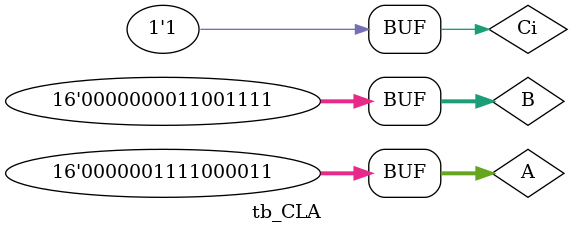
<source format=v>
`timescale 1ns / 1ps


module tb_CLA;

	// Inputs
	reg [15:0] A;
	reg [15:0] B;
	reg Ci;

	// Outputs
	wire [15:0] S;

	// Instantiate the Unit Under Test (UUT)
	CLA16 uut (
		.A(A), 
		.B(B), 
		.Ci(Ci), 
		.S(S), 
	);

	initial begin
		A = 16'b1111111100000000;
		B = 16'b0000000011111111;
		Ci = 1'b0;
		#50;
		A = 16'b1111111100000000;
		B = 16'b0000000011111111;
		Ci = 1'b1;
		#50;
		A = 16'b0000001111000011;
		B = 16'b0000000011001111;
		Ci = 1'b1;
		#50;
	end
      
endmodule


</source>
